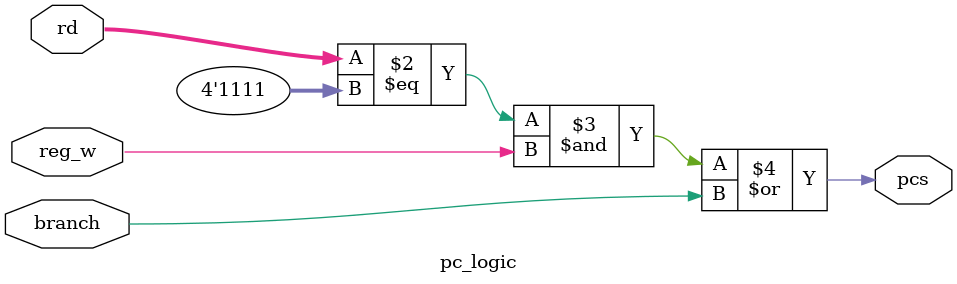
<source format=sv>
module pc_logic(
  input logic [3:0] rd,
  input logic branch,
  input logic reg_w,

  output logic pcs
);
  always_comb begin
    pcs = ((rd == 4'hF) & reg_w) | branch;
  end
endmodule
</source>
